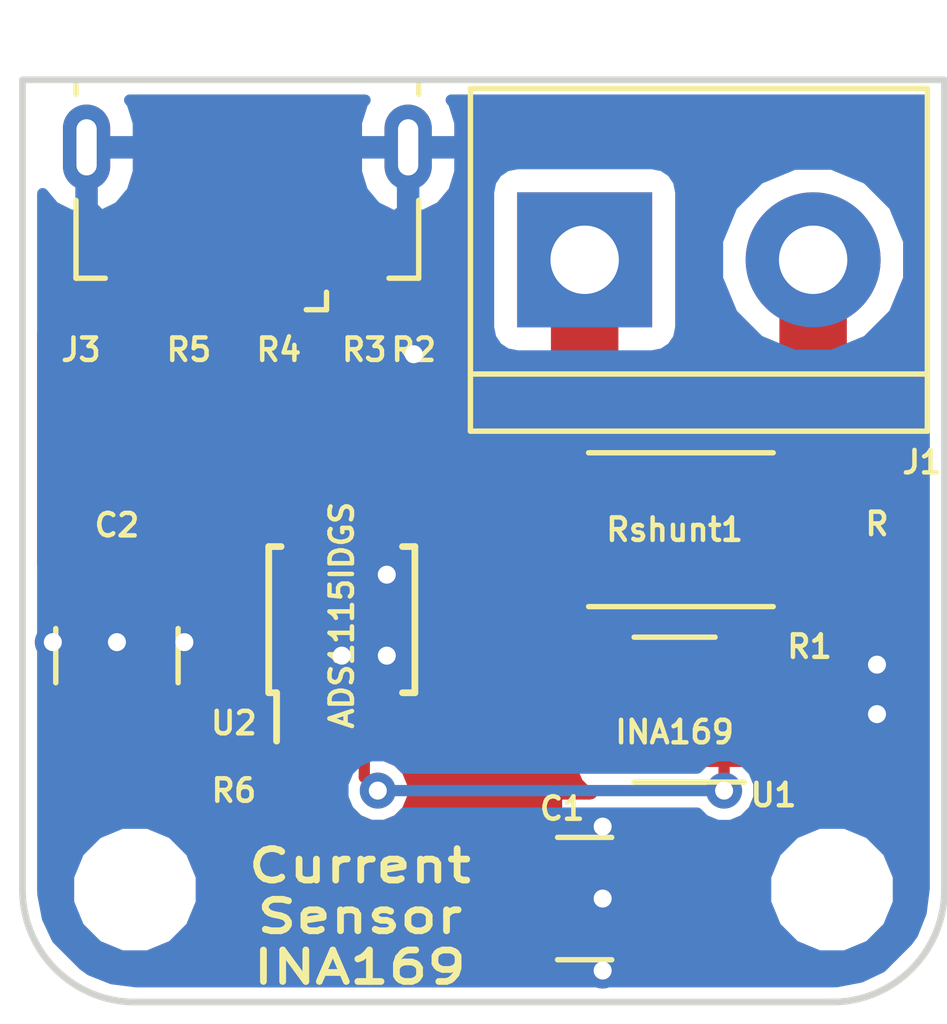
<source format=kicad_pcb>
(kicad_pcb (version 20171130) (host pcbnew 5.0.2-bee76a0~70~ubuntu16.04.1)

  (general
    (thickness 1.6)
    (drawings 11)
    (tracks 155)
    (zones 0)
    (modules 15)
    (nets 11)
  )

  (page A4)
  (layers
    (0 F.Cu signal)
    (31 B.Cu signal)
    (32 B.Adhes user)
    (33 F.Adhes user)
    (34 B.Paste user)
    (35 F.Paste user)
    (36 B.SilkS user)
    (37 F.SilkS user)
    (38 B.Mask user)
    (39 F.Mask user)
    (40 Dwgs.User user hide)
    (41 Cmts.User user hide)
    (42 Eco1.User user)
    (43 Eco2.User user)
    (44 Edge.Cuts user)
    (45 Margin user hide)
    (46 B.CrtYd user hide)
    (47 F.CrtYd user hide)
    (48 B.Fab user hide)
    (49 F.Fab user hide)
  )

  (setup
    (last_trace_width 0.25)
    (user_trace_width 0.25)
    (user_trace_width 0.5)
    (user_trace_width 0.75)
    (user_trace_width 1)
    (user_trace_width 1.5)
    (trace_clearance 0.2)
    (zone_clearance 0.25)
    (zone_45_only no)
    (trace_min 0.2)
    (segment_width 0.2)
    (edge_width 0.15)
    (via_size 0.8)
    (via_drill 0.4)
    (via_min_size 0.4)
    (via_min_drill 0.3)
    (uvia_size 0.3)
    (uvia_drill 0.1)
    (uvias_allowed no)
    (uvia_min_size 0.2)
    (uvia_min_drill 0.1)
    (pcb_text_width 0.3)
    (pcb_text_size 1 1)
    (mod_edge_width 0.15)
    (mod_text_size 0.5 0.5)
    (mod_text_width 0.1)
    (pad_size 1.524 1.524)
    (pad_drill 0.762)
    (pad_to_mask_clearance 0.2)
    (solder_mask_min_width 0.25)
    (aux_axis_origin 103.5 100)
    (grid_origin 103.5 100)
    (visible_elements 7FFFFF7F)
    (pcbplotparams
      (layerselection 0x00120_ffffffff)
      (usegerberextensions false)
      (usegerberattributes false)
      (usegerberadvancedattributes false)
      (creategerberjobfile false)
      (excludeedgelayer false)
      (linewidth 0.100000)
      (plotframeref false)
      (viasonmask false)
      (mode 1)
      (useauxorigin false)
      (hpglpennumber 1)
      (hpglpenspeed 20)
      (hpglpendiameter 15.000000)
      (psnegative false)
      (psa4output false)
      (plotreference true)
      (plotvalue true)
      (plotinvisibletext false)
      (padsonsilk true)
      (subtractmaskfromsilk false)
      (outputformat 4)
      (mirror false)
      (drillshape 2)
      (scaleselection 1)
      (outputdirectory "PDF/"))
  )

  (net 0 "")
  (net 1 +3V3)
  (net 2 GND)
  (net 3 /curennt_in)
  (net 4 /current_out)
  (net 5 /SCL)
  (net 6 "Net-(J3-Pad4)")
  (net 7 /SDA)
  (net 8 /sensor)
  (net 9 "Net-(R2-Pad1)")
  (net 10 "Net-(R6-Pad2)")

  (net_class Default "Dies ist die voreingestellte Netzklasse."
    (clearance 0.2)
    (trace_width 0.25)
    (via_dia 0.8)
    (via_drill 0.4)
    (uvia_dia 0.3)
    (uvia_drill 0.1)
    (add_net +3V3)
    (add_net /SCL)
    (add_net /SDA)
    (add_net /sensor)
    (add_net GND)
    (add_net "Net-(J3-Pad4)")
    (add_net "Net-(R2-Pad1)")
    (add_net "Net-(R6-Pad2)")
  )

  (net_class 0.5mm ""
    (clearance 0.2)
    (trace_width 0.5)
    (via_dia 0.8)
    (via_drill 0.4)
    (uvia_dia 0.3)
    (uvia_drill 0.1)
  )

  (net_class 1.0mm ""
    (clearance 0.2)
    (trace_width 1)
    (via_dia 0.8)
    (via_drill 0.4)
    (uvia_dia 0.3)
    (uvia_drill 0.1)
  )

  (net_class currentFlow ""
    (clearance 0.5)
    (trace_width 1.5)
    (via_dia 0.8)
    (via_drill 0.4)
    (uvia_dia 0.3)
    (uvia_drill 0.1)
    (add_net /curennt_in)
    (add_net /current_out)
  )

  (module current_169_fp:TerminalBlock_bornier-2_P5.08mm (layer F.Cu) (tedit 5C0D52F0) (tstamp 5C187B8B)
    (at 116 104)
    (descr "simple 2-pin terminal block, pitch 5.08mm, revamped version of bornier2")
    (tags "terminal block bornier2")
    (path /5C0DD375)
    (fp_text reference J1 (at 7.5 4.5) (layer F.SilkS)
      (effects (font (size 0.5 0.5) (thickness 0.1)))
    )
    (fp_text value connIN (at 2.54 5.08) (layer F.Fab) hide
      (effects (font (size 0.5 0.5) (thickness 0.1)))
    )
    (fp_text user %R (at 2.54 0) (layer F.Fab) hide
      (effects (font (size 1 1) (thickness 0.15)))
    )
    (fp_line (start -2.41 2.55) (end 7.49 2.55) (layer F.Fab) (width 0.1))
    (fp_line (start -2.46 -3.75) (end -2.46 3.75) (layer F.Fab) (width 0.1))
    (fp_line (start -2.46 3.75) (end 7.54 3.75) (layer F.Fab) (width 0.1))
    (fp_line (start 7.54 3.75) (end 7.54 -3.75) (layer F.Fab) (width 0.1))
    (fp_line (start 7.54 -3.75) (end -2.46 -3.75) (layer F.Fab) (width 0.1))
    (fp_line (start 7.62 2.54) (end -2.54 2.54) (layer F.SilkS) (width 0.12))
    (fp_line (start 7.62 3.81) (end 7.62 -3.81) (layer F.SilkS) (width 0.12))
    (fp_line (start 7.62 -3.81) (end -2.54 -3.81) (layer F.SilkS) (width 0.12))
    (fp_line (start -2.54 -3.81) (end -2.54 3.81) (layer F.SilkS) (width 0.12))
    (fp_line (start -2.54 3.81) (end 7.62 3.81) (layer F.SilkS) (width 0.12))
    (fp_line (start -2.71 -4) (end 7.79 -4) (layer F.CrtYd) (width 0.05))
    (fp_line (start -2.71 -4) (end -2.71 4) (layer F.CrtYd) (width 0.05))
    (fp_line (start 7.79 4) (end 7.79 -4) (layer F.CrtYd) (width 0.05))
    (fp_line (start 7.79 4) (end -2.71 4) (layer F.CrtYd) (width 0.05))
    (pad 1 thru_hole rect (at 0 0) (size 3 3) (drill 1.52) (layers *.Cu *.Mask)
      (net 4 /current_out))
    (pad 2 thru_hole circle (at 5.08 0) (size 3 3) (drill 1.52) (layers *.Cu *.Mask)
      (net 3 /curennt_in))
    (model ${KIPRJMOD}/3d_modules/conn_screw_1x02_P5.08.wrl
      (at (xyz 0 0 0))
      (scale (xyz 1 1 1))
      (rotate (xyz 0 0 0))
    )
  )

  (module current_169_fp:MountingHole_2.2mm_M2 (layer F.Cu) (tedit 5C0C2EB3) (tstamp 5C249D7D)
    (at 121.5 118)
    (descr "Mounting Hole 2.2mm, no annular, M2")
    (tags "mounting hole 2.2mm no annular m2")
    (attr virtual)
    (fp_text reference REF** (at 0 0) (layer F.SilkS) hide
      (effects (font (size 0.5 0.5) (thickness 0.1)))
    )
    (fp_text value MountingHole_2.2mm_M2 (at 0 3.2) (layer F.Fab)
      (effects (font (size 0.5 0.5) (thickness 0.1)))
    )
    (fp_text user %R (at 0.3 0) (layer F.Fab)
      (effects (font (size 1 1) (thickness 0.15)))
    )
    (fp_circle (center 0 0) (end 2.2 0) (layer Cmts.User) (width 0.15))
    (fp_circle (center 0 0) (end 2.45 0) (layer F.CrtYd) (width 0.05))
    (pad 1 np_thru_hole circle (at 0 0) (size 2.2 2.2) (drill 2.2) (layers *.Cu *.Mask))
  )

  (module current_169_fp:MountingHole_2.2mm_M2 (layer F.Cu) (tedit 5C0C2EAB) (tstamp 5C0D12D6)
    (at 106 118)
    (descr "Mounting Hole 2.2mm, no annular, M2")
    (tags "mounting hole 2.2mm no annular m2")
    (attr virtual)
    (fp_text reference REF** (at 0 0) (layer F.SilkS) hide
      (effects (font (size 0.5 0.5) (thickness 0.1)))
    )
    (fp_text value MountingHole_2.2mm_M2 (at 0 3.2) (layer F.Fab)
      (effects (font (size 0.5 0.5) (thickness 0.1)))
    )
    (fp_circle (center 0 0) (end 2.45 0) (layer F.CrtYd) (width 0.05))
    (fp_circle (center 0 0) (end 2.2 0) (layer Cmts.User) (width 0.15))
    (fp_text user %R (at 0.3 0) (layer F.Fab)
      (effects (font (size 1 1) (thickness 0.15)))
    )
    (pad 1 np_thru_hole circle (at 0 0) (size 2.2 2.2) (drill 2.2) (layers *.Cu *.Mask))
  )

  (module current_169_fp:USB_Micro-B_GCT_USB3076-30-A (layer F.Cu) (tedit 5C0D53AB) (tstamp 5C1830FD)
    (at 108.5 102.7 180)
    (descr "GCT Micro USB https://gct.co/files/drawings/usb3076.pdf")
    (tags "Micro-USB SMD Typ-B GCT")
    (path /5C0228CB)
    (attr smd)
    (fp_text reference J3 (at 3.7 -3.3 180) (layer F.SilkS)
      (effects (font (size 0.5 0.5) (thickness 0.1)))
    )
    (fp_text value USB_B_Micro (at 0 5.2 180) (layer F.Fab) hide
      (effects (font (size 0.5 0.5) (thickness 0.1)))
    )
    (fp_line (start -4.6 4.45) (end 4.6 4.45) (layer F.CrtYd) (width 0.05))
    (fp_line (start 4.6 -2.65) (end 4.6 4.45) (layer F.CrtYd) (width 0.05))
    (fp_line (start -4.6 -2.65) (end 4.6 -2.65) (layer F.CrtYd) (width 0.05))
    (fp_line (start -4.6 4.45) (end -4.6 -2.65) (layer F.CrtYd) (width 0.05))
    (fp_text user "PCB Edge" (at 0 2.65 180) (layer Dwgs.User)
      (effects (font (size 0.5 0.5) (thickness 0.08)))
    )
    (fp_line (start -3.81 -1.71) (end -3.15 -1.71) (layer F.SilkS) (width 0.12))
    (fp_line (start -3.81 0.02) (end -3.81 -1.71) (layer F.SilkS) (width 0.12))
    (fp_line (start 3.81 2.59) (end 3.81 2.38) (layer F.SilkS) (width 0.12))
    (fp_line (start 3.7 3.95) (end 3.7 -1.6) (layer F.Fab) (width 0.1))
    (fp_line (start -3 2.65) (end 3 2.65) (layer F.Fab) (width 0.1))
    (fp_line (start -3.7 3.95) (end 3.7 3.95) (layer F.Fab) (width 0.1))
    (fp_line (start -3.7 -1.6) (end 3.7 -1.6) (layer F.Fab) (width 0.1))
    (fp_line (start -3.7 3.95) (end -3.7 -1.6) (layer F.Fab) (width 0.1))
    (fp_line (start -3.81 2.59) (end -3.81 2.38) (layer F.SilkS) (width 0.12))
    (fp_line (start 3.81 0.02) (end 3.81 -1.71) (layer F.SilkS) (width 0.12))
    (fp_line (start 3.81 -1.71) (end 3.16 -1.71) (layer F.SilkS) (width 0.12))
    (fp_text user %R (at 0 0.85 180) (layer F.Fab)
      (effects (font (size 1 1) (thickness 0.15)))
    )
    (fp_line (start -1.76 -2.41) (end -1.31 -2.41) (layer F.SilkS) (width 0.12))
    (fp_line (start -1.76 -2.41) (end -1.76 -2.02) (layer F.SilkS) (width 0.12))
    (fp_line (start -1.3 -1.75) (end -1.5 -1.95) (layer F.Fab) (width 0.1))
    (fp_line (start -1.1 -1.95) (end -1.3 -1.75) (layer F.Fab) (width 0.1))
    (fp_line (start -1.5 -2.16) (end -1.1 -2.16) (layer F.Fab) (width 0.1))
    (fp_line (start -1.5 -2.16) (end -1.5 -1.95) (layer F.Fab) (width 0.1))
    (fp_line (start -1.1 -2.16) (end -1.1 -1.95) (layer F.Fab) (width 0.1))
    (pad 6 smd rect (at 1.125 1.2 180) (size 1.75 1.9) (layers F.Cu F.Paste F.Mask)
      (net 2 GND))
    (pad 2 smd rect (at -0.65 -1.45 180) (size 0.4 1.4) (layers F.Cu F.Paste F.Mask)
      (net 5 /SCL))
    (pad 1 smd rect (at -1.3 -1.45 180) (size 0.4 1.4) (layers F.Cu F.Paste F.Mask)
      (net 1 +3V3))
    (pad 5 smd rect (at 1.3 -1.45 180) (size 0.4 1.4) (layers F.Cu F.Paste F.Mask)
      (net 2 GND))
    (pad 4 smd rect (at 0.65 -1.45 180) (size 0.4 1.4) (layers F.Cu F.Paste F.Mask)
      (net 6 "Net-(J3-Pad4)"))
    (pad 3 smd rect (at 0 -1.45 180) (size 0.4 1.4) (layers F.Cu F.Paste F.Mask)
      (net 7 /SDA))
    (pad 6 smd rect (at -1.125 1.2 180) (size 1.75 1.9) (layers F.Cu F.Paste F.Mask)
      (net 2 GND))
    (pad 6 thru_hole oval (at -3.575 1.2) (size 1.05 1.9) (drill oval 0.45 1.25) (layers *.Cu *.Mask)
      (net 2 GND))
    (pad 6 thru_hole oval (at 3.575 1.2 180) (size 1.05 1.9) (drill oval 0.45 1.25) (layers *.Cu *.Mask)
      (net 2 GND))
    (pad 6 smd rect (at 2.32 -1.03 180) (size 1.15 1.45) (layers F.Cu F.Paste F.Mask)
      (net 2 GND))
    (pad 6 smd rect (at -2.32 -1.03 180) (size 1.15 1.45) (layers F.Cu F.Paste F.Mask)
      (net 2 GND))
    (model ${KIPRJMOD}/3d_modules/MicroUSB-B_seeed.wrl
      (at (xyz 0 0 0))
      (scale (xyz 1 1 1))
      (rotate (xyz 0 0 0))
    )
  )

  (module current_169_fp:R_0402_1005Metric (layer F.Cu) (tedit 5C0D52CF) (tstamp 5C0D11D0)
    (at 121 114 270)
    (descr "Resistor SMD 0402 (1005 Metric), square (rectangular) end terminal, IPC_7351 nominal, (Body size source: http://www.tortai-tech.com/upload/download/2011102023233369053.pdf), generated with kicad-footprint-generator")
    (tags resistor)
    (path /5C0CDC66)
    (attr smd)
    (fp_text reference R1 (at -1.4 0) (layer F.SilkS)
      (effects (font (size 0.5 0.5) (thickness 0.1)))
    )
    (fp_text value 10K (at 0 0 90) (layer F.SilkS) hide
      (effects (font (size 0.5 0.5) (thickness 0.1)))
    )
    (fp_line (start -0.5 0.25) (end -0.5 -0.25) (layer F.Fab) (width 0.1))
    (fp_line (start -0.5 -0.25) (end 0.5 -0.25) (layer F.Fab) (width 0.1))
    (fp_line (start 0.5 -0.25) (end 0.5 0.25) (layer F.Fab) (width 0.1))
    (fp_line (start 0.5 0.25) (end -0.5 0.25) (layer F.Fab) (width 0.1))
    (fp_line (start -0.93 0.47) (end -0.93 -0.47) (layer F.CrtYd) (width 0.05))
    (fp_line (start -0.93 -0.47) (end 0.93 -0.47) (layer F.CrtYd) (width 0.05))
    (fp_line (start 0.93 -0.47) (end 0.93 0.47) (layer F.CrtYd) (width 0.05))
    (fp_line (start 0.93 0.47) (end -0.93 0.47) (layer F.CrtYd) (width 0.05))
    (fp_text user %R (at 0 0 270) (layer F.Fab)
      (effects (font (size 0.25 0.25) (thickness 0.04)))
    )
    (pad 1 smd roundrect (at -0.485 0 270) (size 0.59 0.64) (layers F.Cu F.Paste F.Mask) (roundrect_rratio 0.25)
      (net 2 GND))
    (pad 2 smd roundrect (at 0.485 0 270) (size 0.59 0.64) (layers F.Cu F.Paste F.Mask) (roundrect_rratio 0.25)
      (net 8 /sensor))
    (model ${KIPRJMOD}/3d_modules/R_0402_1005Metric.wrl
      (at (xyz 0 0 0))
      (scale (xyz 1 1 1))
      (rotate (xyz 0 0 0))
    )
  )

  (module current_169_fp:R_0402_1005Metric (layer F.Cu) (tedit 5C0D53C2) (tstamp 5C183D4C)
    (at 112.2 107.4 90)
    (descr "Resistor SMD 0402 (1005 Metric), square (rectangular) end terminal, IPC_7351 nominal, (Body size source: http://www.tortai-tech.com/upload/download/2011102023233369053.pdf), generated with kicad-footprint-generator")
    (tags resistor)
    (path /5C019AF3)
    (attr smd)
    (fp_text reference R2 (at 1.4 0 180) (layer F.SilkS)
      (effects (font (size 0.5 0.5) (thickness 0.1)))
    )
    (fp_text value 8.8K (at 0 0 90) (layer F.SilkS) hide
      (effects (font (size 0.5 0.5) (thickness 0.1)))
    )
    (fp_line (start -0.5 0.25) (end -0.5 -0.25) (layer F.Fab) (width 0.1))
    (fp_line (start -0.5 -0.25) (end 0.5 -0.25) (layer F.Fab) (width 0.1))
    (fp_line (start 0.5 -0.25) (end 0.5 0.25) (layer F.Fab) (width 0.1))
    (fp_line (start 0.5 0.25) (end -0.5 0.25) (layer F.Fab) (width 0.1))
    (fp_line (start -0.93 0.47) (end -0.93 -0.47) (layer F.CrtYd) (width 0.05))
    (fp_line (start -0.93 -0.47) (end 0.93 -0.47) (layer F.CrtYd) (width 0.05))
    (fp_line (start 0.93 -0.47) (end 0.93 0.47) (layer F.CrtYd) (width 0.05))
    (fp_line (start 0.93 0.47) (end -0.93 0.47) (layer F.CrtYd) (width 0.05))
    (fp_text user %R (at 0 0 90) (layer F.Fab)
      (effects (font (size 0.25 0.25) (thickness 0.04)))
    )
    (pad 1 smd roundrect (at -0.485 0 90) (size 0.59 0.64) (layers F.Cu F.Paste F.Mask) (roundrect_rratio 0.25)
      (net 9 "Net-(R2-Pad1)"))
    (pad 2 smd roundrect (at 0.485 0 90) (size 0.59 0.64) (layers F.Cu F.Paste F.Mask) (roundrect_rratio 0.25)
      (net 2 GND))
    (model ${KIPRJMOD}/3d_modules/R_0402_1005Metric.wrl
      (at (xyz 0 0 0))
      (scale (xyz 1 1 1))
      (rotate (xyz 0 0 0))
    )
  )

  (module current_169_fp:R_0402_1005Metric (layer F.Cu) (tedit 5C0D53BF) (tstamp 5C182DED)
    (at 111.1 107.4 270)
    (descr "Resistor SMD 0402 (1005 Metric), square (rectangular) end terminal, IPC_7351 nominal, (Body size source: http://www.tortai-tech.com/upload/download/2011102023233369053.pdf), generated with kicad-footprint-generator")
    (tags resistor)
    (path /5C01A59E)
    (attr smd)
    (fp_text reference R3 (at -1.4 0) (layer F.SilkS)
      (effects (font (size 0.5 0.5) (thickness 0.1)))
    )
    (fp_text value 10K (at 0 0 270) (layer F.SilkS) hide
      (effects (font (size 0.5 0.5) (thickness 0.1)))
    )
    (fp_text user %R (at 0 0 270) (layer F.Fab)
      (effects (font (size 0.25 0.25) (thickness 0.04)))
    )
    (fp_line (start 0.93 0.47) (end -0.93 0.47) (layer F.CrtYd) (width 0.05))
    (fp_line (start 0.93 -0.47) (end 0.93 0.47) (layer F.CrtYd) (width 0.05))
    (fp_line (start -0.93 -0.47) (end 0.93 -0.47) (layer F.CrtYd) (width 0.05))
    (fp_line (start -0.93 0.47) (end -0.93 -0.47) (layer F.CrtYd) (width 0.05))
    (fp_line (start 0.5 0.25) (end -0.5 0.25) (layer F.Fab) (width 0.1))
    (fp_line (start 0.5 -0.25) (end 0.5 0.25) (layer F.Fab) (width 0.1))
    (fp_line (start -0.5 -0.25) (end 0.5 -0.25) (layer F.Fab) (width 0.1))
    (fp_line (start -0.5 0.25) (end -0.5 -0.25) (layer F.Fab) (width 0.1))
    (pad 2 smd roundrect (at 0.485 0 270) (size 0.59 0.64) (layers F.Cu F.Paste F.Mask) (roundrect_rratio 0.25)
      (net 9 "Net-(R2-Pad1)"))
    (pad 1 smd roundrect (at -0.485 0 270) (size 0.59 0.64) (layers F.Cu F.Paste F.Mask) (roundrect_rratio 0.25)
      (net 1 +3V3))
    (model ${KIPRJMOD}/3d_modules/R_0402_1005Metric.wrl
      (at (xyz 0 0 0))
      (scale (xyz 1 1 1))
      (rotate (xyz 0 0 0))
    )
  )

  (module current_169_fp:R_0402_1005Metric (layer F.Cu) (tedit 5C0D53BB) (tstamp 5C182DFC)
    (at 109.2 107.4 270)
    (descr "Resistor SMD 0402 (1005 Metric), square (rectangular) end terminal, IPC_7351 nominal, (Body size source: http://www.tortai-tech.com/upload/download/2011102023233369053.pdf), generated with kicad-footprint-generator")
    (tags resistor)
    (path /5C017555)
    (attr smd)
    (fp_text reference R4 (at -1.4 0) (layer F.SilkS)
      (effects (font (size 0.5 0.5) (thickness 0.1)))
    )
    (fp_text value 10K (at 0 0.077264 270) (layer F.SilkS) hide
      (effects (font (size 0.5 0.5) (thickness 0.1)))
    )
    (fp_line (start -0.5 0.25) (end -0.5 -0.25) (layer F.Fab) (width 0.1))
    (fp_line (start -0.5 -0.25) (end 0.5 -0.25) (layer F.Fab) (width 0.1))
    (fp_line (start 0.5 -0.25) (end 0.5 0.25) (layer F.Fab) (width 0.1))
    (fp_line (start 0.5 0.25) (end -0.5 0.25) (layer F.Fab) (width 0.1))
    (fp_line (start -0.93 0.47) (end -0.93 -0.47) (layer F.CrtYd) (width 0.05))
    (fp_line (start -0.93 -0.47) (end 0.93 -0.47) (layer F.CrtYd) (width 0.05))
    (fp_line (start 0.93 -0.47) (end 0.93 0.47) (layer F.CrtYd) (width 0.05))
    (fp_line (start 0.93 0.47) (end -0.93 0.47) (layer F.CrtYd) (width 0.05))
    (fp_text user %R (at 0 0 270) (layer F.Fab)
      (effects (font (size 0.25 0.25) (thickness 0.04)))
    )
    (pad 1 smd roundrect (at -0.485 0 270) (size 0.59 0.64) (layers F.Cu F.Paste F.Mask) (roundrect_rratio 0.25)
      (net 1 +3V3))
    (pad 2 smd roundrect (at 0.485 0 270) (size 0.59 0.64) (layers F.Cu F.Paste F.Mask) (roundrect_rratio 0.25)
      (net 5 /SCL))
    (model ${KIPRJMOD}/3d_modules/R_0402_1005Metric.wrl
      (at (xyz 0 0 0))
      (scale (xyz 1 1 1))
      (rotate (xyz 0 0 0))
    )
  )

  (module current_169_fp:R_0402_1005Metric (layer F.Cu) (tedit 5C0D53B7) (tstamp 5C182E0B)
    (at 107.2 107.4 270)
    (descr "Resistor SMD 0402 (1005 Metric), square (rectangular) end terminal, IPC_7351 nominal, (Body size source: http://www.tortai-tech.com/upload/download/2011102023233369053.pdf), generated with kicad-footprint-generator")
    (tags resistor)
    (path /5C0175E5)
    (attr smd)
    (fp_text reference R5 (at -1.4 0) (layer F.SilkS)
      (effects (font (size 0.5 0.5) (thickness 0.1)))
    )
    (fp_text value 10K (at 0 0 270) (layer F.SilkS) hide
      (effects (font (size 0.5 0.5) (thickness 0.1)))
    )
    (fp_text user %R (at 0 0 270) (layer F.Fab)
      (effects (font (size 0.25 0.25) (thickness 0.04)))
    )
    (fp_line (start 0.93 0.47) (end -0.93 0.47) (layer F.CrtYd) (width 0.05))
    (fp_line (start 0.93 -0.47) (end 0.93 0.47) (layer F.CrtYd) (width 0.05))
    (fp_line (start -0.93 -0.47) (end 0.93 -0.47) (layer F.CrtYd) (width 0.05))
    (fp_line (start -0.93 0.47) (end -0.93 -0.47) (layer F.CrtYd) (width 0.05))
    (fp_line (start 0.5 0.25) (end -0.5 0.25) (layer F.Fab) (width 0.1))
    (fp_line (start 0.5 -0.25) (end 0.5 0.25) (layer F.Fab) (width 0.1))
    (fp_line (start -0.5 -0.25) (end 0.5 -0.25) (layer F.Fab) (width 0.1))
    (fp_line (start -0.5 0.25) (end -0.5 -0.25) (layer F.Fab) (width 0.1))
    (pad 2 smd roundrect (at 0.485 0 270) (size 0.59 0.64) (layers F.Cu F.Paste F.Mask) (roundrect_rratio 0.25)
      (net 7 /SDA))
    (pad 1 smd roundrect (at -0.485 0 270) (size 0.59 0.64) (layers F.Cu F.Paste F.Mask) (roundrect_rratio 0.25)
      (net 1 +3V3))
    (model ${KIPRJMOD}/3d_modules/R_0402_1005Metric.wrl
      (at (xyz 0 0 0))
      (scale (xyz 1 1 1))
      (rotate (xyz 0 0 0))
    )
  )

  (module current_169_fp:R_2512_6332Metric (layer F.Cu) (tedit 5C0D535B) (tstamp 5C182E1C)
    (at 118.14 110 180)
    (descr "Resistor SMD 2512 (6332 Metric), square (rectangular) end terminal, IPC_7351 nominal, (Body size source: http://www.tortai-tech.com/upload/download/2011102023233369053.pdf), generated with kicad-footprint-generator")
    (tags resistor)
    (path /5C0C7F1A)
    (attr smd)
    (fp_text reference Rshunt1 (at 0.14 0 180) (layer F.SilkS)
      (effects (font (size 0.5 0.5) (thickness 0.1)))
    )
    (fp_text value R (at -4.36 0.127) (layer F.SilkS)
      (effects (font (size 0.5 0.5) (thickness 0.1)))
    )
    (fp_line (start -3.15 1.6) (end -3.15 -1.6) (layer F.Fab) (width 0.1))
    (fp_line (start -3.15 -1.6) (end 3.15 -1.6) (layer F.Fab) (width 0.1))
    (fp_line (start 3.15 -1.6) (end 3.15 1.6) (layer F.Fab) (width 0.1))
    (fp_line (start 3.15 1.6) (end -3.15 1.6) (layer F.Fab) (width 0.1))
    (fp_line (start -2.052064 -1.71) (end 2.052064 -1.71) (layer F.SilkS) (width 0.12))
    (fp_line (start -2.052064 1.71) (end 2.052064 1.71) (layer F.SilkS) (width 0.12))
    (fp_line (start -3.82 1.92) (end -3.82 -1.92) (layer F.CrtYd) (width 0.05))
    (fp_line (start -3.82 -1.92) (end 3.82 -1.92) (layer F.CrtYd) (width 0.05))
    (fp_line (start 3.82 -1.92) (end 3.82 1.92) (layer F.CrtYd) (width 0.05))
    (fp_line (start 3.82 1.92) (end -3.82 1.92) (layer F.CrtYd) (width 0.05))
    (fp_text user %R (at 0 0 180) (layer F.Fab) hide
      (effects (font (size 1 1) (thickness 0.15)))
    )
    (pad 1 smd roundrect (at -2.9 0 180) (size 1.35 3.35) (layers F.Cu F.Paste F.Mask) (roundrect_rratio 0.185185)
      (net 3 /curennt_in))
    (pad 2 smd roundrect (at 2.9 0 180) (size 1.35 3.35) (layers F.Cu F.Paste F.Mask) (roundrect_rratio 0.185185)
      (net 4 /current_out))
    (model ${KIPRJMOD}/3d_modules/R_2512_6332Metric.wrl
      (at (xyz 0 0 0))
      (scale (xyz 1 1 1))
      (rotate (xyz 0 0 0))
    )
  )

  (module current_169_fp:SOT-23-5 (layer F.Cu) (tedit 5C0D52E7) (tstamp 5C0D1200)
    (at 118 114 180)
    (descr "5-pin SOT23 package")
    (tags SOT-23-5)
    (path /5C0C2E40)
    (attr smd)
    (fp_text reference U1 (at -2.2 -1.9 180) (layer F.SilkS)
      (effects (font (size 0.5 0.5) (thickness 0.1)))
    )
    (fp_text value INA169 (at 0 -0.5 180) (layer F.SilkS)
      (effects (font (size 0.5 0.5) (thickness 0.1)))
    )
    (fp_text user %R (at 0 0 270) (layer F.Fab) hide
      (effects (font (size 0.5 0.5) (thickness 0.075)))
    )
    (fp_line (start -0.9 1.61) (end 0.9 1.61) (layer F.SilkS) (width 0.12))
    (fp_line (start 0.9 -1.61) (end -1.55 -1.61) (layer F.SilkS) (width 0.12))
    (fp_line (start -1.9 -1.8) (end 1.9 -1.8) (layer F.CrtYd) (width 0.05))
    (fp_line (start 1.9 -1.8) (end 1.9 1.8) (layer F.CrtYd) (width 0.05))
    (fp_line (start 1.9 1.8) (end -1.9 1.8) (layer F.CrtYd) (width 0.05))
    (fp_line (start -1.9 1.8) (end -1.9 -1.8) (layer F.CrtYd) (width 0.05))
    (fp_line (start -0.9 -0.9) (end -0.25 -1.55) (layer F.Fab) (width 0.1))
    (fp_line (start 0.9 -1.55) (end -0.25 -1.55) (layer F.Fab) (width 0.1))
    (fp_line (start -0.9 -0.9) (end -0.9 1.55) (layer F.Fab) (width 0.1))
    (fp_line (start 0.9 1.55) (end -0.9 1.55) (layer F.Fab) (width 0.1))
    (fp_line (start 0.9 -1.55) (end 0.9 1.55) (layer F.Fab) (width 0.1))
    (pad 1 smd rect (at -1.1 -0.95 180) (size 1.06 0.65) (layers F.Cu F.Paste F.Mask)
      (net 8 /sensor))
    (pad 2 smd rect (at -1.1 0 180) (size 1.06 0.65) (layers F.Cu F.Paste F.Mask)
      (net 2 GND))
    (pad 3 smd rect (at -1.1 0.95 180) (size 1.06 0.65) (layers F.Cu F.Paste F.Mask)
      (net 3 /curennt_in))
    (pad 4 smd rect (at 1.1 0.95 180) (size 1.06 0.65) (layers F.Cu F.Paste F.Mask)
      (net 4 /current_out))
    (pad 5 smd rect (at 1.1 -0.95 180) (size 1.06 0.65) (layers F.Cu F.Paste F.Mask)
      (net 1 +3V3))
    (model ${KIPRJMOD}/3d_modules/SOT-23-5.wrl
      (at (xyz 0 0 0))
      (scale (xyz 1 1 1))
      (rotate (xyz 0 0 0))
    )
  )

  (module current_169_fp:TSSOP-10_3x3mm_P0.5mm (layer F.Cu) (tedit 5C0D53F6) (tstamp 5C182E50)
    (at 110.6 112 90)
    (descr "TSSOP10: plastic thin shrink small outline package; 10 leads; body width 3 mm; (see NXP SSOP-TSSOP-VSO-REFLOW.pdf and sot552-1_po.pdf)")
    (tags "SSOP 0.5")
    (path /5C01636A)
    (attr smd)
    (fp_text reference U2 (at -2.3 -2.4 180) (layer F.SilkS)
      (effects (font (size 0.5 0.5) (thickness 0.1)))
    )
    (fp_text value ADS1115IDGS (at 0.1 0 90) (layer F.SilkS)
      (effects (font (size 0.5 0.5) (thickness 0.1)))
    )
    (fp_line (start -0.5 -1.5) (end 1.5 -1.5) (layer F.Fab) (width 0.15))
    (fp_line (start 1.5 -1.5) (end 1.5 1.5) (layer F.Fab) (width 0.15))
    (fp_line (start 1.5 1.5) (end -1.5 1.5) (layer F.Fab) (width 0.15))
    (fp_line (start -1.5 1.5) (end -1.5 -0.5) (layer F.Fab) (width 0.15))
    (fp_line (start -1.5 -0.5) (end -0.5 -1.5) (layer F.Fab) (width 0.15))
    (fp_line (start -2.95 -1.8) (end -2.95 1.8) (layer F.CrtYd) (width 0.05))
    (fp_line (start 2.95 -1.8) (end 2.95 1.8) (layer F.CrtYd) (width 0.05))
    (fp_line (start -2.95 -1.8) (end 2.95 -1.8) (layer F.CrtYd) (width 0.05))
    (fp_line (start -2.95 1.8) (end 2.95 1.8) (layer F.CrtYd) (width 0.05))
    (fp_line (start -1.625 -1.625) (end -1.625 -1.45) (layer F.SilkS) (width 0.15))
    (fp_line (start 1.625 -1.625) (end 1.625 -1.35) (layer F.SilkS) (width 0.15))
    (fp_line (start 1.625 1.625) (end 1.625 1.35) (layer F.SilkS) (width 0.15))
    (fp_line (start -1.625 1.625) (end -1.625 1.35) (layer F.SilkS) (width 0.15))
    (fp_line (start -1.625 -1.625) (end 1.625 -1.625) (layer F.SilkS) (width 0.15))
    (fp_line (start -1.625 1.625) (end 1.625 1.625) (layer F.SilkS) (width 0.15))
    (fp_line (start -1.625 -1.45) (end -2.7 -1.45) (layer F.SilkS) (width 0.15))
    (fp_text user %R (at 0 0 90) (layer F.Fab) hide
      (effects (font (size 0.6 0.6) (thickness 0.15)))
    )
    (pad 1 smd rect (at -2.15 -1 90) (size 1.1 0.25) (layers F.Cu F.Paste F.Mask)
      (net 1 +3V3))
    (pad 2 smd rect (at -2.15 -0.5 90) (size 1.1 0.25) (layers F.Cu F.Paste F.Mask)
      (net 10 "Net-(R6-Pad2)"))
    (pad 3 smd rect (at -2.15 0 90) (size 1.1 0.25) (layers F.Cu F.Paste F.Mask)
      (net 2 GND))
    (pad 4 smd rect (at -2.15 0.5 90) (size 1.1 0.25) (layers F.Cu F.Paste F.Mask)
      (net 8 /sensor))
    (pad 5 smd rect (at -2.15 1 90) (size 1.1 0.25) (layers F.Cu F.Paste F.Mask)
      (net 2 GND))
    (pad 6 smd rect (at 2.15 1 90) (size 1.1 0.25) (layers F.Cu F.Paste F.Mask)
      (net 2 GND))
    (pad 7 smd rect (at 2.15 0.5 90) (size 1.1 0.25) (layers F.Cu F.Paste F.Mask)
      (net 9 "Net-(R2-Pad1)"))
    (pad 8 smd rect (at 2.15 0 90) (size 1.1 0.25) (layers F.Cu F.Paste F.Mask)
      (net 1 +3V3))
    (pad 9 smd rect (at 2.15 -0.5 90) (size 1.1 0.25) (layers F.Cu F.Paste F.Mask)
      (net 7 /SDA))
    (pad 10 smd rect (at 2.15 -1 90) (size 1.1 0.25) (layers F.Cu F.Paste F.Mask)
      (net 5 /SCL))
    (model ${KIPRJMOD}/3d_modules/TSSOP-10_3x3mm_P0.5mm.wrl
      (at (xyz 0 0 0))
      (scale (xyz 1 1 1))
      (rotate (xyz 0 0 0))
    )
  )

  (module current_169_fp:C_1210_3225Metric (layer F.Cu) (tedit 5C0C4CF9) (tstamp 5C0D1238)
    (at 116 118.2)
    (descr "Capacitor SMD 1210 (3225 Metric), square (rectangular) end terminal, IPC_7351 nominal, (Body size source: http://www.tortai-tech.com/upload/download/2011102023233369053.pdf), generated with kicad-footprint-generator")
    (tags capacitor)
    (path /5C016252)
    (attr smd)
    (fp_text reference C1 (at -0.5 -2) (layer F.SilkS)
      (effects (font (size 0.5 0.5) (thickness 0.1)))
    )
    (fp_text value 0.1uF (at 0 0.1) (layer F.Fab) hide
      (effects (font (size 0.5 0.5) (thickness 0.1)))
    )
    (fp_line (start -1.6 1.25) (end -1.6 -1.25) (layer F.Fab) (width 0.1))
    (fp_line (start -1.6 -1.25) (end 1.6 -1.25) (layer F.Fab) (width 0.1))
    (fp_line (start 1.6 -1.25) (end 1.6 1.25) (layer F.Fab) (width 0.1))
    (fp_line (start 1.6 1.25) (end -1.6 1.25) (layer F.Fab) (width 0.1))
    (fp_line (start -0.602064 -1.36) (end 0.602064 -1.36) (layer F.SilkS) (width 0.12))
    (fp_line (start -0.602064 1.36) (end 0.602064 1.36) (layer F.SilkS) (width 0.12))
    (fp_line (start -2.28 1.58) (end -2.28 -1.58) (layer F.CrtYd) (width 0.05))
    (fp_line (start -2.28 -1.58) (end 2.28 -1.58) (layer F.CrtYd) (width 0.05))
    (fp_line (start 2.28 -1.58) (end 2.28 1.58) (layer F.CrtYd) (width 0.05))
    (fp_line (start 2.28 1.58) (end -2.28 1.58) (layer F.CrtYd) (width 0.05))
    (fp_text user %R (at 0 0) (layer F.Fab) hide
      (effects (font (size 0.8 0.8) (thickness 0.12)))
    )
    (pad 1 smd roundrect (at -1.4 0) (size 1.25 2.65) (layers F.Cu F.Paste F.Mask) (roundrect_rratio 0.2)
      (net 1 +3V3))
    (pad 2 smd roundrect (at 1.4 0) (size 1.25 2.65) (layers F.Cu F.Paste F.Mask) (roundrect_rratio 0.2)
      (net 2 GND))
    (model ${KIPRJMOD}/3d_modules/C_1210_3225Metric.wrl
      (at (xyz 0 0 0))
      (scale (xyz 1 1 1))
      (rotate (xyz 0 0 0))
    )
  )

  (module current_169_fp:C_1210_3225Metric (layer F.Cu) (tedit 5C0C4D83) (tstamp 5C0C4BC1)
    (at 105.6 112.8 90)
    (descr "Capacitor SMD 1210 (3225 Metric), square (rectangular) end terminal, IPC_7351 nominal, (Body size source: http://www.tortai-tech.com/upload/download/2011102023233369053.pdf), generated with kicad-footprint-generator")
    (tags capacitor)
    (path /5C016F5F)
    (attr smd)
    (fp_text reference C2 (at 2.9 0 180) (layer F.SilkS)
      (effects (font (size 0.5 0.5) (thickness 0.1)))
    )
    (fp_text value 0.1uF (at 0.1 0 90) (layer F.Fab) hide
      (effects (font (size 0.5 0.5) (thickness 0.1)))
    )
    (fp_text user %R (at 0 0 90) (layer F.Fab)
      (effects (font (size 0.8 0.8) (thickness 0.12)))
    )
    (fp_line (start 2.28 1.58) (end -2.28 1.58) (layer F.CrtYd) (width 0.05))
    (fp_line (start 2.28 -1.58) (end 2.28 1.58) (layer F.CrtYd) (width 0.05))
    (fp_line (start -2.28 -1.58) (end 2.28 -1.58) (layer F.CrtYd) (width 0.05))
    (fp_line (start -2.28 1.58) (end -2.28 -1.58) (layer F.CrtYd) (width 0.05))
    (fp_line (start -0.602064 1.36) (end 0.602064 1.36) (layer F.SilkS) (width 0.12))
    (fp_line (start -0.602064 -1.36) (end 0.602064 -1.36) (layer F.SilkS) (width 0.12))
    (fp_line (start 1.6 1.25) (end -1.6 1.25) (layer F.Fab) (width 0.1))
    (fp_line (start 1.6 -1.25) (end 1.6 1.25) (layer F.Fab) (width 0.1))
    (fp_line (start -1.6 -1.25) (end 1.6 -1.25) (layer F.Fab) (width 0.1))
    (fp_line (start -1.6 1.25) (end -1.6 -1.25) (layer F.Fab) (width 0.1))
    (pad 2 smd roundrect (at 1.4 0 90) (size 1.25 2.65) (layers F.Cu F.Paste F.Mask) (roundrect_rratio 0.2)
      (net 2 GND))
    (pad 1 smd roundrect (at -1.4 0 90) (size 1.25 2.65) (layers F.Cu F.Paste F.Mask) (roundrect_rratio 0.2)
      (net 1 +3V3))
    (model ${KIPRJMOD}/3d_modules/C_1210_3225Metric.wrl
      (at (xyz 0 0 0))
      (scale (xyz 1 1 1))
      (rotate (xyz 0 0 0))
    )
  )

  (module current_169_fp:R_0402_1005Metric (layer F.Cu) (tedit 5C0D5373) (tstamp 5C0D1365)
    (at 109.7 115.8)
    (descr "Resistor SMD 0402 (1005 Metric), square (rectangular) end terminal, IPC_7351 nominal, (Body size source: http://www.tortai-tech.com/upload/download/2011102023233369053.pdf), generated with kicad-footprint-generator")
    (tags resistor)
    (path /5C0C624D)
    (attr smd)
    (fp_text reference R6 (at -1.5 0) (layer F.SilkS)
      (effects (font (size 0.5 0.5) (thickness 0.1)))
    )
    (fp_text value 10K (at 0 0) (layer F.SilkS) hide
      (effects (font (size 0.5 0.5) (thickness 0.1)))
    )
    (fp_line (start -0.5 0.25) (end -0.5 -0.25) (layer F.Fab) (width 0.1))
    (fp_line (start -0.5 -0.25) (end 0.5 -0.25) (layer F.Fab) (width 0.1))
    (fp_line (start 0.5 -0.25) (end 0.5 0.25) (layer F.Fab) (width 0.1))
    (fp_line (start 0.5 0.25) (end -0.5 0.25) (layer F.Fab) (width 0.1))
    (fp_line (start -0.93 0.47) (end -0.93 -0.47) (layer F.CrtYd) (width 0.05))
    (fp_line (start -0.93 -0.47) (end 0.93 -0.47) (layer F.CrtYd) (width 0.05))
    (fp_line (start 0.93 -0.47) (end 0.93 0.47) (layer F.CrtYd) (width 0.05))
    (fp_line (start 0.93 0.47) (end -0.93 0.47) (layer F.CrtYd) (width 0.05))
    (fp_text user %R (at 0 0) (layer F.Fab)
      (effects (font (size 0.25 0.25) (thickness 0.04)))
    )
    (pad 1 smd roundrect (at -0.485 0) (size 0.59 0.64) (layers F.Cu F.Paste F.Mask) (roundrect_rratio 0.25)
      (net 1 +3V3))
    (pad 2 smd roundrect (at 0.485 0) (size 0.59 0.64) (layers F.Cu F.Paste F.Mask) (roundrect_rratio 0.25)
      (net 10 "Net-(R6-Pad2)"))
    (model ${KIPRJMOD}/3d_modules/R_0402_1005Metric.wrl
      (at (xyz 0 0 0))
      (scale (xyz 1 1 1))
      (rotate (xyz 0 0 0))
    )
  )

  (dimension 18 (width 0.25) (layer Dwgs.User)
    (gr_text "18.000 mm" (at 128 109 270) (layer Dwgs.User)
      (effects (font (size 1 1) (thickness 0.25)))
    )
    (feature1 (pts (xy 124 118) (xy 127.086421 118)))
    (feature2 (pts (xy 124 100) (xy 127.086421 100)))
    (crossbar (pts (xy 126.5 100) (xy 126.5 118)))
    (arrow1a (pts (xy 126.5 118) (xy 125.913579 116.873496)))
    (arrow1b (pts (xy 126.5 118) (xy 127.086421 116.873496)))
    (arrow2a (pts (xy 126.5 100) (xy 125.913579 101.126504)))
    (arrow2b (pts (xy 126.5 100) (xy 127.086421 101.126504)))
  )
  (dimension 15.5 (width 0.25) (layer Dwgs.User)
    (gr_text "15.500 mm" (at 113.75 125) (layer Dwgs.User)
      (effects (font (size 1 1) (thickness 0.25)))
    )
    (feature1 (pts (xy 121.5 118) (xy 121.5 124.086421)))
    (feature2 (pts (xy 106 118) (xy 106 124.086421)))
    (crossbar (pts (xy 106 123.5) (xy 121.5 123.5)))
    (arrow1a (pts (xy 121.5 123.5) (xy 120.373496 124.086421)))
    (arrow1b (pts (xy 121.5 123.5) (xy 120.373496 122.913579)))
    (arrow2a (pts (xy 106 123.5) (xy 107.126504 124.086421)))
    (arrow2b (pts (xy 106 123.5) (xy 107.126504 122.913579)))
  )
  (dimension 20.5 (width 0.25) (layer Dwgs.User)
    (gr_text "20.500 mm" (at 98.500001 110.25 270) (layer Dwgs.User)
      (effects (font (size 1 1) (thickness 0.25)))
    )
    (feature1 (pts (xy 103.5 120.5) (xy 99.41358 120.5)))
    (feature2 (pts (xy 103.5 100) (xy 99.41358 100)))
    (crossbar (pts (xy 100.000001 100) (xy 100.000001 120.5)))
    (arrow1a (pts (xy 100.000001 120.5) (xy 99.41358 119.373496)))
    (arrow1b (pts (xy 100.000001 120.5) (xy 100.586422 119.373496)))
    (arrow2a (pts (xy 100.000001 100) (xy 99.41358 101.126504)))
    (arrow2b (pts (xy 100.000001 100) (xy 100.586422 101.126504)))
  )
  (dimension 20.5 (width 0.25) (layer Dwgs.User)
    (gr_text "20.500 mm" (at 113.75 96) (layer Dwgs.User)
      (effects (font (size 1 1) (thickness 0.25)))
    )
    (feature1 (pts (xy 124 100) (xy 124 96.913579)))
    (feature2 (pts (xy 103.5 100) (xy 103.5 96.913579)))
    (crossbar (pts (xy 103.5 97.5) (xy 124 97.5)))
    (arrow1a (pts (xy 124 97.5) (xy 122.873496 98.086421)))
    (arrow1b (pts (xy 124 97.5) (xy 122.873496 96.913579)))
    (arrow2a (pts (xy 103.5 97.5) (xy 104.626504 98.086421)))
    (arrow2b (pts (xy 103.5 97.5) (xy 104.626504 96.913579)))
  )
  (gr_arc (start 121.5 118) (end 121.5 120.5) (angle -90) (layer Edge.Cuts) (width 0.15))
  (gr_arc (start 106 118) (end 103.5 118) (angle -90) (layer Edge.Cuts) (width 0.15))
  (gr_line (start 124 100) (end 103.5 100) (layer Edge.Cuts) (width 0.15))
  (gr_line (start 124 118) (end 124 100) (layer Edge.Cuts) (width 0.15))
  (gr_line (start 106 120.5) (end 121.5 120.5) (layer Edge.Cuts) (width 0.15))
  (gr_line (start 103.5 100) (end 103.5 118) (layer Edge.Cuts) (width 0.15) (tstamp 5C0D1410))
  (gr_text "Current\nSensor\nINA169" (at 111 118.6) (layer F.SilkS)
    (effects (font (size 0.7 0.9) (thickness 0.15)))
  )

  (segment (start 114.6 118.2) (end 114.6 115.7) (width 0.25) (layer F.Cu) (net 1))
  (segment (start 115.35 114.95) (end 116.9 114.95) (width 0.25) (layer F.Cu) (net 1))
  (segment (start 114.6 115.7) (end 115.35 114.95) (width 0.25) (layer F.Cu) (net 1))
  (segment (start 109.8 104.15) (end 109.8 105.4) (width 0.25) (layer F.Cu) (net 1))
  (segment (start 109.8 105.4) (end 110.1 105.7) (width 0.25) (layer F.Cu) (net 1))
  (segment (start 110.1 105.7) (end 110.9 105.7) (width 0.25) (layer F.Cu) (net 1))
  (segment (start 111.1 105.9) (end 111.1 106.915) (width 0.25) (layer F.Cu) (net 1))
  (segment (start 110.9 105.7) (end 111.1 105.9) (width 0.25) (layer F.Cu) (net 1))
  (segment (start 110.6 109.05) (end 110.1 108.55) (width 0.25) (layer F.Cu) (net 1))
  (segment (start 110.6 109.85) (end 110.6 109.05) (width 0.25) (layer F.Cu) (net 1))
  (segment (start 110.1 108.55) (end 110.1 106.915) (width 0.25) (layer F.Cu) (net 1))
  (segment (start 110.1 106.915) (end 111.1 106.915) (width 0.25) (layer F.Cu) (net 1))
  (segment (start 109.2 106.915) (end 110.1 106.915) (width 0.25) (layer F.Cu) (net 1))
  (segment (start 109.6 114.8) (end 109.6 114.15) (width 0.25) (layer F.Cu) (net 1))
  (segment (start 109.215 115.185) (end 109.6 114.8) (width 0.25) (layer F.Cu) (net 1))
  (segment (start 109.215 115.8) (end 109.215 115.185) (width 0.25) (layer F.Cu) (net 1))
  (segment (start 114.6 118.2) (end 110.3 118.2) (width 0.25) (layer F.Cu) (net 1))
  (segment (start 109.215 117.115) (end 109.215 115.8) (width 0.25) (layer F.Cu) (net 1))
  (segment (start 110.3 118.2) (end 109.215 117.115) (width 0.25) (layer F.Cu) (net 1))
  (segment (start 110.6 109.85) (end 110.6 111) (width 0.25) (layer F.Cu) (net 1))
  (segment (start 109.6 112) (end 109.6 114.15) (width 0.25) (layer F.Cu) (net 1))
  (segment (start 110.6 111) (end 109.6 112) (width 0.25) (layer F.Cu) (net 1))
  (segment (start 105.65 114.15) (end 105.6 114.2) (width 0.25) (layer F.Cu) (net 1))
  (segment (start 109.6 114.15) (end 105.65 114.15) (width 0.25) (layer F.Cu) (net 1))
  (segment (start 108.4 112) (end 109.6 112) (width 0.25) (layer F.Cu) (net 1))
  (segment (start 107.5 111.1) (end 108.4 112) (width 0.25) (layer F.Cu) (net 1))
  (segment (start 107.1 108.9) (end 107.5 109.3) (width 0.25) (layer F.Cu) (net 1))
  (segment (start 106.56319 108.9) (end 107.1 108.9) (width 0.25) (layer F.Cu) (net 1))
  (segment (start 107.5 109.3) (end 107.5 111.1) (width 0.25) (layer F.Cu) (net 1))
  (segment (start 107.2 106.915) (end 106.485 106.915) (width 0.25) (layer F.Cu) (net 1))
  (segment (start 106.2 107.2) (end 106.2 108.53681) (width 0.25) (layer F.Cu) (net 1))
  (segment (start 106.485 106.915) (end 106.2 107.2) (width 0.25) (layer F.Cu) (net 1))
  (segment (start 106.2 108.53681) (end 106.56319 108.9) (width 0.25) (layer F.Cu) (net 1))
  (segment (start 119.1 114) (end 120 114) (width 0.25) (layer F.Cu) (net 2))
  (segment (start 120.485 113.515) (end 121 113.515) (width 0.25) (layer F.Cu) (net 2))
  (segment (start 120 114) (end 120.485 113.515) (width 0.25) (layer F.Cu) (net 2))
  (segment (start 106.6 104.15) (end 106.18 103.73) (width 0.25) (layer F.Cu) (net 2))
  (segment (start 107.2 104.15) (end 106.6 104.15) (width 0.25) (layer F.Cu) (net 2))
  (segment (start 107.375 101.5) (end 109.625 101.5) (width 0.25) (layer F.Cu) (net 2))
  (segment (start 109.625 101.5) (end 112.075 101.5) (width 0.25) (layer F.Cu) (net 2))
  (segment (start 107.375 101.5) (end 104.925 101.5) (width 0.25) (layer F.Cu) (net 2))
  (segment (start 106.18 103.73) (end 105.33 103.73) (width 0.25) (layer F.Cu) (net 2))
  (segment (start 104.925 103.325) (end 104.925 101.5) (width 0.25) (layer F.Cu) (net 2))
  (segment (start 105.33 103.73) (end 104.925 103.325) (width 0.25) (layer F.Cu) (net 2))
  (segment (start 112.075 103.3) (end 112.075 102.7) (width 0.25) (layer F.Cu) (net 2))
  (segment (start 112.075 102.7) (end 112.075 101.5) (width 0.25) (layer F.Cu) (net 2))
  (segment (start 111.645 103.73) (end 112.075 103.3) (width 0.25) (layer F.Cu) (net 2))
  (segment (start 110.82 103.73) (end 111.645 103.73) (width 0.25) (layer F.Cu) (net 2))
  (via (at 110.6 112.8) (size 0.8) (drill 0.4) (layers F.Cu B.Cu) (net 2))
  (segment (start 110.6 114.15) (end 110.6 112.8) (width 0.25) (layer F.Cu) (net 2))
  (via (at 111.6 112.8) (size 0.8) (drill 0.4) (layers F.Cu B.Cu) (net 2))
  (segment (start 110.6 112.8) (end 111.6 112.8) (width 0.25) (layer B.Cu) (net 2))
  (segment (start 111.6 112.8) (end 111.6 114.15) (width 0.25) (layer F.Cu) (net 2))
  (via (at 111.6 111) (size 0.8) (drill 0.4) (layers F.Cu B.Cu) (net 2))
  (segment (start 111.6 109.85) (end 111.6 111) (width 0.25) (layer F.Cu) (net 2))
  (via (at 112.2 106.1) (size 0.8) (drill 0.4) (layers F.Cu B.Cu) (net 2))
  (segment (start 112.2 106.915) (end 112.2 106.1) (width 0.25) (layer F.Cu) (net 2))
  (via (at 122.5 114.1) (size 0.8) (drill 0.4) (layers F.Cu B.Cu) (net 2))
  (via (at 116.4 118.2) (size 0.8) (drill 0.4) (layers F.Cu B.Cu) (net 2))
  (segment (start 117.4 118.2) (end 116.4 118.2) (width 0.25) (layer F.Cu) (net 2))
  (via (at 116.4 116.6) (size 0.8) (drill 0.4) (layers F.Cu B.Cu) (net 2))
  (segment (start 116.4 118.2) (end 116.4 116.6) (width 0.25) (layer B.Cu) (net 2))
  (segment (start 117.4 116.775) (end 117.4 118.2) (width 0.25) (layer F.Cu) (net 2))
  (segment (start 117.225 116.6) (end 117.4 116.775) (width 0.25) (layer F.Cu) (net 2))
  (segment (start 116.4 116.6) (end 117.225 116.6) (width 0.25) (layer F.Cu) (net 2))
  (via (at 116.4 119.8) (size 0.8) (drill 0.4) (layers F.Cu B.Cu) (net 2))
  (segment (start 116.4 118.2) (end 116.4 119.8) (width 0.25) (layer B.Cu) (net 2))
  (segment (start 117.4 119.625) (end 117.4 118.2) (width 0.25) (layer F.Cu) (net 2))
  (segment (start 117.225 119.8) (end 117.4 119.625) (width 0.25) (layer F.Cu) (net 2))
  (segment (start 116.4 119.8) (end 117.225 119.8) (width 0.25) (layer F.Cu) (net 2))
  (via (at 105.6 112.5) (size 0.8) (drill 0.4) (layers F.Cu B.Cu) (net 2))
  (segment (start 105.6 111.4) (end 105.6 112.5) (width 0.25) (layer F.Cu) (net 2))
  (via (at 104.175 112.5) (size 0.8) (drill 0.4) (layers F.Cu B.Cu) (net 2))
  (segment (start 105.275 111.4) (end 104.175 112.5) (width 0.25) (layer F.Cu) (net 2))
  (segment (start 105.6 111.4) (end 105.275 111.4) (width 0.25) (layer F.Cu) (net 2))
  (via (at 107.1 112.5) (size 0.8) (drill 0.4) (layers F.Cu B.Cu) (net 2))
  (segment (start 106 111.4) (end 107.1 112.5) (width 0.25) (layer F.Cu) (net 2))
  (segment (start 105.6 111.4) (end 106 111.4) (width 0.25) (layer F.Cu) (net 2))
  (via (at 122.5 113) (size 0.8) (drill 0.4) (layers F.Cu B.Cu) (net 2))
  (segment (start 122.415 113.515) (end 121 113.515) (width 0.25) (layer F.Cu) (net 2))
  (segment (start 122.5 113.6) (end 122.415 113.515) (width 0.25) (layer F.Cu) (net 2))
  (segment (start 122.5 113) (end 122.5 113.6) (width 0.25) (layer F.Cu) (net 2))
  (segment (start 122.5 113.6) (end 122.5 114.1) (width 0.25) (layer F.Cu) (net 2))
  (segment (start 104.175 112.5) (end 105.6 112.5) (width 0.25) (layer B.Cu) (net 2))
  (segment (start 105.6 112.5) (end 107.1 112.5) (width 0.25) (layer B.Cu) (net 2))
  (segment (start 107.1 112.5) (end 108.8 112.5) (width 0.25) (layer B.Cu) (net 2))
  (segment (start 109.1 112.8) (end 110.6 112.8) (width 0.25) (layer B.Cu) (net 2))
  (segment (start 108.8 112.5) (end 109.1 112.8) (width 0.25) (layer B.Cu) (net 2))
  (segment (start 111.6 112.8) (end 111.6 112.234315) (width 0.25) (layer B.Cu) (net 2))
  (segment (start 111.6 112.234315) (end 111.6 111) (width 0.25) (layer B.Cu) (net 2))
  (segment (start 122.5 113) (end 122.5 114.1) (width 0.25) (layer B.Cu) (net 2))
  (segment (start 122.5 113) (end 114.5 113) (width 0.25) (layer B.Cu) (net 2))
  (segment (start 114.3 112.8) (end 111.6 112.8) (width 0.25) (layer B.Cu) (net 2))
  (segment (start 114.5 113) (end 114.3 112.8) (width 0.25) (layer B.Cu) (net 2))
  (segment (start 122.5 115) (end 122.5 114.1) (width 0.25) (layer B.Cu) (net 2))
  (segment (start 116.4 118.2) (end 118.4 118.2) (width 0.25) (layer B.Cu) (net 2))
  (segment (start 118.4 118.2) (end 121.2 115.4) (width 0.25) (layer B.Cu) (net 2))
  (segment (start 121.2 115.4) (end 122.1 115.4) (width 0.25) (layer B.Cu) (net 2))
  (segment (start 122.1 115.4) (end 122.5 115) (width 0.25) (layer B.Cu) (net 2))
  (segment (start 111.6 111) (end 111.6 109) (width 0.25) (layer B.Cu) (net 2))
  (segment (start 112.2 108.4) (end 112.2 106.1) (width 0.25) (layer B.Cu) (net 2))
  (segment (start 111.6 109) (end 112.2 108.4) (width 0.25) (layer B.Cu) (net 2))
  (segment (start 112.2 106.1) (end 112.2 104.1) (width 0.25) (layer B.Cu) (net 2))
  (segment (start 112.075 103.975) (end 112.075 101.5) (width 0.25) (layer B.Cu) (net 2))
  (segment (start 112.2 104.1) (end 112.075 103.975) (width 0.25) (layer B.Cu) (net 2))
  (segment (start 112.075 101.5) (end 104.925 101.5) (width 0.25) (layer B.Cu) (net 2))
  (segment (start 104.925 102.7) (end 105.6 103.375) (width 0.25) (layer B.Cu) (net 2))
  (segment (start 104.925 101.5) (end 104.925 102.7) (width 0.25) (layer B.Cu) (net 2))
  (segment (start 105.6 103.375) (end 105.6 112.5) (width 0.25) (layer B.Cu) (net 2))
  (segment (start 105.6 114.5) (end 105.6 112.5) (width 0.25) (layer B.Cu) (net 2))
  (segment (start 109.3 118.2) (end 105.6 114.5) (width 0.25) (layer B.Cu) (net 2))
  (segment (start 116.4 118.2) (end 109.3 118.2) (width 0.25) (layer B.Cu) (net 2))
  (segment (start 121.08 104) (end 121.08 109.96) (width 1.5) (layer F.Cu) (net 3))
  (segment (start 121.04 110) (end 120.1 110) (width 1) (layer F.Cu) (net 3))
  (segment (start 119.1 111) (end 119.1 112.674999) (width 1) (layer F.Cu) (net 3))
  (segment (start 120.1 110) (end 119.1 111) (width 1) (layer F.Cu) (net 3))
  (segment (start 116 104) (end 116 106.5) (width 1.5) (layer F.Cu) (net 4))
  (segment (start 115.24 107.26) (end 115.24 110) (width 1.5) (layer F.Cu) (net 4))
  (segment (start 116 106.5) (end 115.24 107.26) (width 1.5) (layer F.Cu) (net 4))
  (segment (start 116.9 113.05) (end 116.9 110.5) (width 1) (layer F.Cu) (net 4))
  (segment (start 116.4 110) (end 115.24 110) (width 1) (layer F.Cu) (net 4))
  (segment (start 116.9 110.5) (end 116.4 110) (width 1) (layer F.Cu) (net 4))
  (segment (start 108.85 109.85) (end 109.6 109.85) (width 0.25) (layer F.Cu) (net 5))
  (segment (start 109.15 104.15) (end 109.15 105.45) (width 0.25) (layer F.Cu) (net 5))
  (segment (start 109.15 105.45) (end 108.45001 106.14999) (width 0.25) (layer F.Cu) (net 5))
  (segment (start 108.45001 109.45001) (end 108.85 109.85) (width 0.25) (layer F.Cu) (net 5))
  (segment (start 108.46501 107.885) (end 108.45001 107.9) (width 0.25) (layer F.Cu) (net 5))
  (segment (start 109.2 107.885) (end 108.46501 107.885) (width 0.25) (layer F.Cu) (net 5))
  (segment (start 108.45001 107.9) (end 108.45001 109.45001) (width 0.25) (layer F.Cu) (net 5))
  (segment (start 108.45001 106.14999) (end 108.45001 107.9) (width 0.25) (layer F.Cu) (net 5))
  (segment (start 110.1 110.5) (end 110.1 109.85) (width 0.25) (layer F.Cu) (net 7))
  (segment (start 109.8 110.8) (end 110.1 110.5) (width 0.25) (layer F.Cu) (net 7))
  (segment (start 108.8 110.8) (end 109.8 110.8) (width 0.25) (layer F.Cu) (net 7))
  (segment (start 108.5 105.4) (end 108 105.9) (width 0.25) (layer F.Cu) (net 7))
  (segment (start 108.5 104.15) (end 108.5 105.4) (width 0.25) (layer F.Cu) (net 7))
  (segment (start 108 110) (end 108.8 110.8) (width 0.25) (layer F.Cu) (net 7))
  (segment (start 107.985 107.885) (end 108 107.9) (width 0.25) (layer F.Cu) (net 7))
  (segment (start 107.2 107.885) (end 107.985 107.885) (width 0.25) (layer F.Cu) (net 7))
  (segment (start 108 107.9) (end 108 110) (width 0.25) (layer F.Cu) (net 7))
  (segment (start 108 105.9) (end 108 107.9) (width 0.25) (layer F.Cu) (net 7))
  (segment (start 120.345 114.485) (end 121 114.485) (width 0.25) (layer F.Cu) (net 8))
  (segment (start 119.88 114.95) (end 120.345 114.485) (width 0.25) (layer F.Cu) (net 8))
  (segment (start 119.1 114.95) (end 119.88 114.95) (width 0.25) (layer F.Cu) (net 8))
  (via (at 119.1 115.8) (size 0.8) (drill 0.4) (layers F.Cu B.Cu) (net 8))
  (segment (start 119.1 114.95) (end 119.1 115.8) (width 0.25) (layer F.Cu) (net 8))
  (via (at 111.4 115.8) (size 0.8) (drill 0.4) (layers F.Cu B.Cu) (net 8))
  (segment (start 119.1 115.8) (end 111.4 115.8) (width 0.25) (layer B.Cu) (net 8))
  (segment (start 111.1 115.5) (end 111.1 114.15) (width 0.25) (layer F.Cu) (net 8))
  (segment (start 111.4 115.8) (end 111.1 115.5) (width 0.25) (layer F.Cu) (net 8))
  (segment (start 112.2 107.885) (end 111.1 107.885) (width 0.25) (layer F.Cu) (net 9))
  (segment (start 111.1 107.885) (end 111.1 109.85) (width 0.25) (layer F.Cu) (net 9))
  (segment (start 110.1 114.15) (end 110.1 114.8) (width 0.25) (layer F.Cu) (net 10))
  (segment (start 110.185 115.085) (end 110.1 115) (width 0.25) (layer F.Cu) (net 10))
  (segment (start 110.185 115.8) (end 110.185 115.085) (width 0.25) (layer F.Cu) (net 10))
  (segment (start 110.1 115) (end 110.1 114.8) (width 0.25) (layer F.Cu) (net 10))

  (zone (net 2) (net_name GND) (layer B.Cu) (tstamp 5C0D62D0) (hatch edge 0.508)
    (connect_pads (clearance 0.25))
    (min_thickness 0.25)
    (fill yes (arc_segments 16) (thermal_gap 0.5) (thermal_bridge_width 0.5) (smoothing fillet))
    (polygon
      (pts
        (xy 103.5 118.5) (xy 103.5 100) (xy 124 100) (xy 124 118.5) (xy 122 120.5)
        (xy 105.5 120.5)
      )
    )
    (filled_polygon
      (pts
        (xy 111.060374 100.519429) (xy 110.925 100.95) (xy 110.925 101.375) (xy 111.95 101.375) (xy 111.95 101.355)
        (xy 112.2 101.355) (xy 112.2 101.375) (xy 113.225 101.375) (xy 113.225 100.95) (xy 113.089626 100.519429)
        (xy 113.031464 100.45) (xy 123.550001 100.45) (xy 123.55 117.971686) (xy 123.482131 118.508928) (xy 123.293296 118.98587)
        (xy 123.17624 119.146984) (xy 122.594343 119.728881) (xy 122.13238 119.946264) (xy 121.607444 120.046401) (xy 121.49293 120.05)
        (xy 106.028314 120.05) (xy 105.491072 119.982131) (xy 105.01413 119.793296) (xy 104.853016 119.67624) (xy 104.271119 119.094343)
        (xy 104.053736 118.63238) (xy 103.953599 118.107444) (xy 103.95 117.99293) (xy 103.95 117.706604) (xy 104.525 117.706604)
        (xy 104.525 118.293396) (xy 104.749555 118.83552) (xy 105.16448 119.250445) (xy 105.706604 119.475) (xy 106.293396 119.475)
        (xy 106.83552 119.250445) (xy 107.250445 118.83552) (xy 107.475 118.293396) (xy 107.475 117.706604) (xy 120.025 117.706604)
        (xy 120.025 118.293396) (xy 120.249555 118.83552) (xy 120.66448 119.250445) (xy 121.206604 119.475) (xy 121.793396 119.475)
        (xy 122.33552 119.250445) (xy 122.750445 118.83552) (xy 122.975 118.293396) (xy 122.975 117.706604) (xy 122.750445 117.16448)
        (xy 122.33552 116.749555) (xy 121.793396 116.525) (xy 121.206604 116.525) (xy 120.66448 116.749555) (xy 120.249555 117.16448)
        (xy 120.025 117.706604) (xy 107.475 117.706604) (xy 107.250445 117.16448) (xy 106.83552 116.749555) (xy 106.293396 116.525)
        (xy 105.706604 116.525) (xy 105.16448 116.749555) (xy 104.749555 117.16448) (xy 104.525 117.706604) (xy 103.95 117.706604)
        (xy 103.95 115.645843) (xy 110.625 115.645843) (xy 110.625 115.954157) (xy 110.742987 116.239002) (xy 110.960998 116.457013)
        (xy 111.245843 116.575) (xy 111.554157 116.575) (xy 111.839002 116.457013) (xy 111.996015 116.3) (xy 118.503985 116.3)
        (xy 118.660998 116.457013) (xy 118.945843 116.575) (xy 119.254157 116.575) (xy 119.539002 116.457013) (xy 119.757013 116.239002)
        (xy 119.875 115.954157) (xy 119.875 115.645843) (xy 119.757013 115.360998) (xy 119.539002 115.142987) (xy 119.254157 115.025)
        (xy 118.945843 115.025) (xy 118.660998 115.142987) (xy 118.503985 115.3) (xy 111.996015 115.3) (xy 111.839002 115.142987)
        (xy 111.554157 115.025) (xy 111.245843 115.025) (xy 110.960998 115.142987) (xy 110.742987 115.360998) (xy 110.625 115.645843)
        (xy 103.95 115.645843) (xy 103.95 102.527873) (xy 104.200216 102.826561) (xy 104.622705 103.034557) (xy 104.8 102.910857)
        (xy 104.8 101.625) (xy 105.05 101.625) (xy 105.05 102.910857) (xy 105.227295 103.034557) (xy 105.649784 102.826561)
        (xy 105.939626 102.480571) (xy 106.075 102.05) (xy 106.075 101.625) (xy 110.925 101.625) (xy 110.925 102.05)
        (xy 111.060374 102.480571) (xy 111.350216 102.826561) (xy 111.772705 103.034557) (xy 111.95 102.910857) (xy 111.95 101.625)
        (xy 112.2 101.625) (xy 112.2 102.910857) (xy 112.377295 103.034557) (xy 112.799784 102.826561) (xy 113.073349 102.5)
        (xy 113.862756 102.5) (xy 113.862756 105.5) (xy 113.911263 105.743863) (xy 114.0494 105.9506) (xy 114.256137 106.088737)
        (xy 114.5 106.137244) (xy 117.5 106.137244) (xy 117.743863 106.088737) (xy 117.9506 105.9506) (xy 118.088737 105.743863)
        (xy 118.137244 105.5) (xy 118.137244 103.577311) (xy 118.955 103.577311) (xy 118.955 104.422689) (xy 119.278512 105.203716)
        (xy 119.876284 105.801488) (xy 120.657311 106.125) (xy 121.502689 106.125) (xy 122.283716 105.801488) (xy 122.881488 105.203716)
        (xy 123.205 104.422689) (xy 123.205 103.577311) (xy 122.881488 102.796284) (xy 122.283716 102.198512) (xy 121.502689 101.875)
        (xy 120.657311 101.875) (xy 119.876284 102.198512) (xy 119.278512 102.796284) (xy 118.955 103.577311) (xy 118.137244 103.577311)
        (xy 118.137244 102.5) (xy 118.088737 102.256137) (xy 117.9506 102.0494) (xy 117.743863 101.911263) (xy 117.5 101.862756)
        (xy 114.5 101.862756) (xy 114.256137 101.911263) (xy 114.0494 102.0494) (xy 113.911263 102.256137) (xy 113.862756 102.5)
        (xy 113.073349 102.5) (xy 113.089626 102.480571) (xy 113.225 102.05) (xy 113.225 101.625) (xy 112.2 101.625)
        (xy 111.95 101.625) (xy 110.925 101.625) (xy 106.075 101.625) (xy 105.05 101.625) (xy 104.8 101.625)
        (xy 104.78 101.625) (xy 104.78 101.375) (xy 104.8 101.375) (xy 104.8 101.355) (xy 105.05 101.355)
        (xy 105.05 101.375) (xy 106.075 101.375) (xy 106.075 100.95) (xy 105.939626 100.519429) (xy 105.881464 100.45)
        (xy 111.118536 100.45)
      )
    )
  )
  (zone (net 1) (net_name +3V3) (layer F.Cu) (tstamp 5C0D62CD) (hatch edge 0.508)
    (connect_pads (clearance 0.25))
    (min_thickness 0.25)
    (fill yes (arc_segments 16) (thermal_gap 0.5) (thermal_bridge_width 0.5) (smoothing fillet))
    (polygon
      (pts
        (xy 107 115.5) (xy 103 115.5) (xy 103 105.5) (xy 108 105.5) (xy 108 105)
        (xy 111.5 105) (xy 111.5 114) (xy 118 114) (xy 118 116) (xy 115.5 116)
        (xy 115.5 121) (xy 108.5 121) (xy 108.5 117)
      )
    )
    (filled_polygon
      (pts
        (xy 107.529011 105.704911) (xy 107.517958 105.76048) (xy 107.490205 105.9) (xy 107.5 105.949242) (xy 107.5 105.995)
        (xy 107.48125 105.995) (xy 107.325 106.15125) (xy 107.325 106.79) (xy 107.345 106.79) (xy 107.345 107.04)
        (xy 107.325 107.04) (xy 107.325 107.06) (xy 107.075 107.06) (xy 107.075 107.04) (xy 106.41125 107.04)
        (xy 106.255 107.19625) (xy 106.255 107.33432) (xy 106.35015 107.564034) (xy 106.501962 107.715845) (xy 106.497654 107.7375)
        (xy 106.497654 108.0325) (xy 106.537986 108.235263) (xy 106.652842 108.407158) (xy 106.824737 108.522014) (xy 107.0275 108.562346)
        (xy 107.3725 108.562346) (xy 107.5 108.536985) (xy 107.500001 109.950754) (xy 107.490205 110) (xy 107.529012 110.19509)
        (xy 107.639521 110.36048) (xy 107.681268 110.388374) (xy 108.411625 111.118732) (xy 108.43952 111.16048) (xy 108.604909 111.270988)
        (xy 108.60491 111.270989) (xy 108.8 111.309795) (xy 108.849243 111.3) (xy 109.750759 111.3) (xy 109.8 111.309795)
        (xy 109.849241 111.3) (xy 109.849243 111.3) (xy 109.99509 111.270989) (xy 110.16048 111.16048) (xy 110.188377 111.118729)
        (xy 110.302191 111.004915) (xy 110.35068 111.025) (xy 110.38125 111.025) (xy 110.5375 110.86875) (xy 110.5375 110.74521)
        (xy 110.570989 110.69509) (xy 110.6 110.549243) (xy 110.6 110.549242) (xy 110.609795 110.500001) (xy 110.6 110.450759)
        (xy 110.6 110.436931) (xy 110.621758 110.546317) (xy 110.6625 110.607291) (xy 110.6625 110.86875) (xy 110.81875 111.025)
        (xy 110.825 111.025) (xy 110.825 111.154157) (xy 110.942987 111.439002) (xy 111.160998 111.657013) (xy 111.375 111.745656)
        (xy 111.375 112.054344) (xy 111.160998 112.142987) (xy 111.1 112.203985) (xy 111.039002 112.142987) (xy 110.754157 112.025)
        (xy 110.445843 112.025) (xy 110.160998 112.142987) (xy 109.942987 112.360998) (xy 109.825 112.645843) (xy 109.825 112.954157)
        (xy 109.833633 112.975) (xy 109.81875 112.975) (xy 109.6625 113.13125) (xy 109.6625 113.392709) (xy 109.621758 113.453683)
        (xy 109.592654 113.6) (xy 109.592654 114.295) (xy 109.5375 114.295) (xy 109.5375 114.275) (xy 109.00625 114.275)
        (xy 108.85 114.43125) (xy 108.85 114.82432) (xy 108.862708 114.855) (xy 108.79568 114.855) (xy 108.565966 114.95015)
        (xy 108.390151 115.125966) (xy 108.295 115.35568) (xy 108.295 115.51875) (xy 108.45125 115.675) (xy 109.09 115.675)
        (xy 109.09 115.655) (xy 109.34 115.655) (xy 109.34 115.675) (xy 109.36 115.675) (xy 109.36 115.925)
        (xy 109.34 115.925) (xy 109.34 116.58875) (xy 109.49625 116.745) (xy 109.63432 116.745) (xy 109.864034 116.64985)
        (xy 110.015845 116.498038) (xy 110.0375 116.502346) (xy 110.3325 116.502346) (xy 110.535263 116.462014) (xy 110.707158 116.347158)
        (xy 110.76483 116.260845) (xy 110.960998 116.457013) (xy 111.245843 116.575) (xy 111.554157 116.575) (xy 111.839002 116.457013)
        (xy 112.057013 116.239002) (xy 112.175 115.954157) (xy 112.175 115.645843) (xy 112.057013 115.360998) (xy 111.839002 115.142987)
        (xy 111.692602 115.082346) (xy 111.725 115.082346) (xy 111.871317 115.053242) (xy 111.995359 114.970359) (xy 112.078242 114.846317)
        (xy 112.107346 114.7) (xy 112.107346 114.125) (xy 115.986116 114.125) (xy 115.840151 114.270966) (xy 115.745 114.50068)
        (xy 115.745 114.66875) (xy 115.90125 114.825) (xy 116.775 114.825) (xy 116.775 114.805) (xy 117.025 114.805)
        (xy 117.025 114.825) (xy 117.045 114.825) (xy 117.045 115.075) (xy 117.025 115.075) (xy 117.025 115.095)
        (xy 116.775 115.095) (xy 116.775 115.075) (xy 115.90125 115.075) (xy 115.745 115.23125) (xy 115.745 115.39932)
        (xy 115.840151 115.629034) (xy 116.015966 115.80485) (xy 116.155228 115.862534) (xy 116.125133 115.875) (xy 115.5 115.875)
        (xy 115.452165 115.884515) (xy 115.411612 115.911612) (xy 115.384515 115.952165) (xy 115.375 116) (xy 115.375 116.260637)
        (xy 115.34932 116.25) (xy 114.88125 116.25) (xy 114.725 116.40625) (xy 114.725 118.075) (xy 114.745 118.075)
        (xy 114.745 118.325) (xy 114.725 118.325) (xy 114.725 118.345) (xy 114.475 118.345) (xy 114.475 118.325)
        (xy 113.50625 118.325) (xy 113.35 118.48125) (xy 113.35 119.64932) (xy 113.445151 119.879034) (xy 113.616116 120.05)
        (xy 108.625 120.05) (xy 108.625 117) (xy 108.615485 116.952165) (xy 108.588388 116.911612) (xy 108.427456 116.75068)
        (xy 113.35 116.75068) (xy 113.35 117.91875) (xy 113.50625 118.075) (xy 114.475 118.075) (xy 114.475 116.40625)
        (xy 114.31875 116.25) (xy 113.85068 116.25) (xy 113.620966 116.34515) (xy 113.445151 116.520966) (xy 113.35 116.75068)
        (xy 108.427456 116.75068) (xy 107.758026 116.08125) (xy 108.295 116.08125) (xy 108.295 116.24432) (xy 108.390151 116.474034)
        (xy 108.565966 116.64985) (xy 108.79568 116.745) (xy 108.93375 116.745) (xy 109.09 116.58875) (xy 109.09 115.925)
        (xy 108.45125 115.925) (xy 108.295 116.08125) (xy 107.758026 116.08125) (xy 107.10409 115.427314) (xy 107.279034 115.354849)
        (xy 107.45485 115.179034) (xy 107.55 114.94932) (xy 107.55 114.48125) (xy 107.39375 114.325) (xy 105.725 114.325)
        (xy 105.725 114.345) (xy 105.475 114.345) (xy 105.475 114.325) (xy 105.455 114.325) (xy 105.455 114.075)
        (xy 105.475 114.075) (xy 105.475 114.055) (xy 105.725 114.055) (xy 105.725 114.075) (xy 107.39375 114.075)
        (xy 107.55 113.91875) (xy 107.55 113.47568) (xy 108.85 113.47568) (xy 108.85 113.86875) (xy 109.00625 114.025)
        (xy 109.5375 114.025) (xy 109.5375 113.13125) (xy 109.38125 112.975) (xy 109.35068 112.975) (xy 109.120966 113.070151)
        (xy 108.94515 113.245966) (xy 108.85 113.47568) (xy 107.55 113.47568) (xy 107.55 113.45068) (xy 107.45485 113.220966)
        (xy 107.434276 113.200392) (xy 107.539002 113.157013) (xy 107.757013 112.939002) (xy 107.875 112.654157) (xy 107.875 112.345843)
        (xy 107.757013 112.060998) (xy 107.539002 111.842987) (xy 107.307346 111.747032) (xy 107.307346 111.025) (xy 107.259212 110.783012)
        (xy 107.122136 110.577864) (xy 106.916988 110.440788) (xy 106.675 110.392654) (xy 104.525 110.392654) (xy 104.283012 110.440788)
        (xy 104.077864 110.577864) (xy 103.95 110.769225) (xy 103.95 106.49568) (xy 106.255 106.49568) (xy 106.255 106.63375)
        (xy 106.41125 106.79) (xy 107.075 106.79) (xy 107.075 106.15125) (xy 106.91875 105.995) (xy 106.75568 105.995)
        (xy 106.525966 106.090151) (xy 106.35015 106.265966) (xy 106.255 106.49568) (xy 103.95 106.49568) (xy 103.95 105.625)
        (xy 107.582405 105.625)
      )
    )
    (filled_polygon
      (pts
        (xy 109.9 105.31875) (xy 110.05625 105.475) (xy 110.12432 105.475) (xy 110.354034 105.37985) (xy 110.529849 105.204034)
        (xy 110.562586 105.125) (xy 111.375 105.125) (xy 111.375 106.00125) (xy 111.225 106.15125) (xy 111.225 106.79)
        (xy 111.245 106.79) (xy 111.245 107.04) (xy 111.225 107.04) (xy 111.225 107.06) (xy 110.975 107.06)
        (xy 110.975 107.04) (xy 110.31125 107.04) (xy 110.155 107.19625) (xy 110.155 107.33432) (xy 110.25015 107.564034)
        (xy 110.401962 107.715845) (xy 110.397654 107.7375) (xy 110.397654 108.0325) (xy 110.437986 108.235263) (xy 110.552842 108.407158)
        (xy 110.6 108.438668) (xy 110.600001 109.263065) (xy 110.6 109.263069) (xy 110.578242 109.153683) (xy 110.5375 109.092709)
        (xy 110.5375 108.83125) (xy 110.38125 108.675) (xy 110.35068 108.675) (xy 110.120966 108.770151) (xy 109.97308 108.918036)
        (xy 109.85 108.942518) (xy 109.725 108.917654) (xy 109.475 108.917654) (xy 109.328683 108.946758) (xy 109.204641 109.029641)
        (xy 109.121758 109.153683) (xy 109.092654 109.3) (xy 109.092654 109.35) (xy 109.057107 109.35) (xy 108.95001 109.242904)
        (xy 108.95001 108.546932) (xy 109.0275 108.562346) (xy 109.3725 108.562346) (xy 109.575263 108.522014) (xy 109.747158 108.407158)
        (xy 109.862014 108.235263) (xy 109.902346 108.0325) (xy 109.902346 107.7375) (xy 109.898038 107.715845) (xy 110.04985 107.564034)
        (xy 110.145 107.33432) (xy 110.145 107.19625) (xy 109.98875 107.04) (xy 109.325 107.04) (xy 109.325 107.06)
        (xy 109.075 107.06) (xy 109.075 107.04) (xy 109.055 107.04) (xy 109.055 106.79) (xy 109.075 106.79)
        (xy 109.075 106.77) (xy 109.325 106.77) (xy 109.325 106.79) (xy 109.98875 106.79) (xy 110.145 106.63375)
        (xy 110.145 106.49568) (xy 110.155 106.49568) (xy 110.155 106.63375) (xy 110.31125 106.79) (xy 110.975 106.79)
        (xy 110.975 106.15125) (xy 110.81875 105.995) (xy 110.65568 105.995) (xy 110.425966 106.090151) (xy 110.25015 106.265966)
        (xy 110.155 106.49568) (xy 110.145 106.49568) (xy 110.04985 106.265966) (xy 109.874034 106.090151) (xy 109.64432 105.995)
        (xy 109.48125 105.995) (xy 109.325002 106.151248) (xy 109.325002 105.995) (xy 109.312107 105.995) (xy 109.468732 105.838375)
        (xy 109.51048 105.81048) (xy 109.620989 105.64509) (xy 109.65 105.499243) (xy 109.65 105.499242) (xy 109.659795 105.450001)
        (xy 109.65 105.40076) (xy 109.65 105.36875) (xy 109.7 105.31875) (xy 109.7 105.125) (xy 109.9 105.125)
      )
    )
  )
)

</source>
